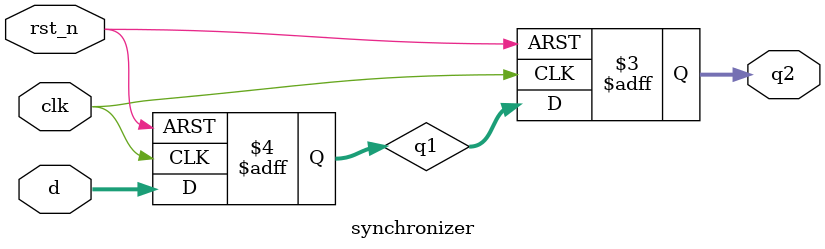
<source format=sv>
`timescale 1ns/1ps

module synchronizer #(
    parameter int WIDTH = 8
) (
    input  logic             clk,
    input  logic             rst_n,
    input  logic [WIDTH-1:0] d,
    output logic [WIDTH-1:0] q2
);

    logic [WIDTH-1:0] q1;

    always_ff @(posedge clk or negedge rst_n) begin
        if (!rst_n) {q2, q1} <= 0;
        else        {q2, q1} <= {q1, d};
    end

endmodule

</source>
